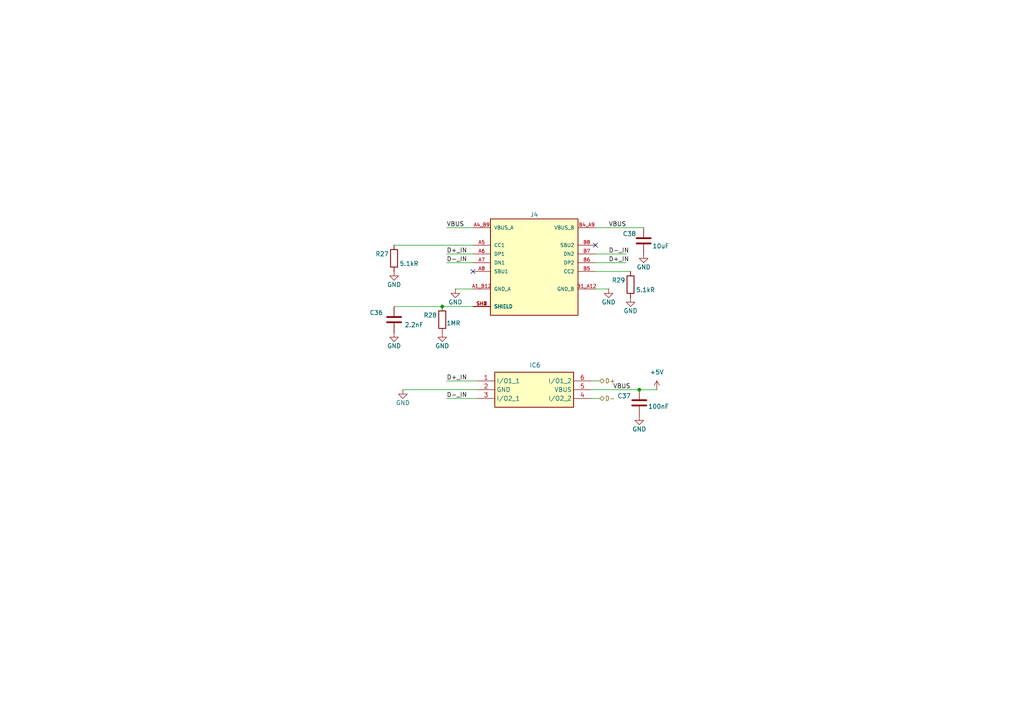
<source format=kicad_sch>
(kicad_sch (version 20250114) (generator "eeschema") (generator_version "9.0")
  (paper "A4")
  (title_block (title "USB") (date "2025-04-05") (rev "2.0") (company "Metropolia Motorsport") (comment 3 "ikar15012002@gmail.com") (comment 4 "Ivans Karsenieks"))
  (lib_symbols
    (symbol "Device:C" (pin_numbers (hide yes)) (pin_names (offset 0.254))
      (property "Reference" "C" (at 0.635 2.54 0))
      (property "Value" "C" (at 0.635 -2.54 0))
      (symbol "C_0_1"
        (polyline (pts (xy -2.032 0.762) (xy 2.032 0.762)) (stroke (width 0.508)))
        (polyline (pts (xy -2.032 -0.762) (xy 2.032 -0.762)) (stroke (width 0.508)))
      )
      (symbol "C_1_1"
        (pin passive line (at 0 3.81 270) (length 2.794) (name "~") (number "1"))
        (pin passive line (at 0 -3.81 90) (length 2.794) (name "~") (number "2"))
      )
    )
    (symbol "Device:R" (pin_numbers (hide yes)) (pin_names (offset 0))
      (property "Reference" "R" (at 2.032 0 90))
      (property "Value" "R" (at 0 0 90))
      (symbol "R_0_1"
        (rectangle (start -1.016 -2.54) (end 1.016 2.54) (stroke (width 0.254)))
      )
      (symbol "R_1_1"
        (pin passive line (at 0 3.81 270) (length 1.27) (name "~") (number "1"))
        (pin passive line (at 0 -3.81 90) (length 1.27) (name "~") (number "2"))
      )
    )
    (symbol "USB4215-03-A_REVA:USB4215-03-A_REVA" (pin_names (offset 1.016))
      (property "Reference" "J" (at -12.7 13.462 0))
      (property "Value" "USB4215-03-A_REVA" (at -12.7 -16.002 0))
      (symbol "USB4215-03-A_REVA_0_0"
        (rectangle (start -12.7 -15.24) (end 12.7 12.7) (stroke (width 0.254)) (fill (type background)))
        (pin power_in line (at -17.78 10.16 0) (length 5.08) (name "VBUS_A") (number "A4_B9"))
        (pin bidirectional line (at -17.78 5.08 0) (length 5.08) (name "CC1") (number "A5"))
        (pin bidirectional line (at -17.78 2.54 0) (length 5.08) (name "DP1") (number "A6"))
        (pin bidirectional line (at -17.78 0 0) (length 5.08) (name "DN1") (number "A7"))
        (pin bidirectional line (at -17.78 -2.54 0) (length 5.08) (name "SBU1") (number "A8"))
        (pin power_in line (at -17.78 -7.62 0) (length 5.08) (name "GND_A") (number "A1_B12"))
        (pin passive line (at -17.78 -12.7 0) (length 5.08) (name "SHIELD") (number "SH1"))
        (pin passive line (at -17.78 -12.7 0) (length 5.08) (name "SHIELD") (number "SH2"))
        (pin passive line (at -17.78 -12.7 0) (length 5.08) (name "SHIELD") (number "SH3"))
        (pin passive line (at -17.78 -12.7 0) (length 5.08) (name "SHIELD") (number "SH4"))
        (pin power_in line (at 17.78 10.16 180) (length 5.08) (name "VBUS_B") (number "B4_A9"))
        (pin bidirectional line (at 17.78 5.08 180) (length 5.08) (name "SBU2") (number "B8"))
        (pin bidirectional line (at 17.78 2.54 180) (length 5.08) (name "DN2") (number "B7"))
        (pin bidirectional line (at 17.78 0 180) (length 5.08) (name "DP2") (number "B6"))
        (pin bidirectional line (at 17.78 -2.54 180) (length 5.08) (name "CC2") (number "B5"))
        (pin power_in line (at 17.78 -7.62 180) (length 5.08) (name "GND_B") (number "B1_A12"))
      )
    )
    (symbol "USBLC6-2SC6:USBLC6-2SC6"
      (property "Reference" "IC" (at 29.21 7.62 0))
      (property "Value" "USBLC6-2SC6" (at 29.21 5.08 0))
      (symbol "USBLC6-2SC6_1_1"
        (rectangle (start 5.08 2.54) (end 27.94 -7.62) (stroke (width 0.254)) (fill (type background)))
        (pin passive line (at 0 0 0) (length 5.08) (name "I/O1_1") (number "1"))
        (pin passive line (at 0 -2.54 0) (length 5.08) (name "GND") (number "2"))
        (pin passive line (at 0 -5.08 0) (length 5.08) (name "I/O2_1") (number "3"))
        (pin passive line (at 33.02 0 180) (length 5.08) (name "I/O1_2") (number "6"))
        (pin passive line (at 33.02 -2.54 180) (length 5.08) (name "VBUS") (number "5"))
        (pin passive line (at 33.02 -5.08 180) (length 5.08) (name "I/O2_2") (number "4"))
      )
    )
    (symbol "power:+5V" (power) (pin_numbers (hide yes)) (pin_names (offset 0) (hide yes))
      (property "Value" "+5V" (at 0 3.556 0))
      (symbol "+5V_0_1"
        (polyline (pts (xy -0.762 1.27) (xy 0 2.54)))
        (polyline (pts (xy 0 2.54) (xy 0.762 1.27)))
        (polyline (pts (xy 0 0) (xy 0 2.54)))
      )
      (symbol "+5V_1_1"
        (pin power_in line (at 0 0 90) (length 0) (name "~") (number "1"))
      )
    )
    (symbol "power:GND" (power) (pin_numbers (hide yes)) (pin_names (offset 0) (hide yes))
      (property "Value" "GND" (at 0 -3.81 0))
      (symbol "GND_0_1"
        (polyline (pts (xy 0 0) (xy 0 -1.27) (xy 1.27 -1.27) (xy 0 -2.54) (xy -1.27 -1.27) (xy 0 -1.27)))
      )
      (symbol "GND_1_1"
        (pin power_in line (at 0 0 270) (length 0) (name "~") (number "1"))
      )
    )
  )
  (junction (at 128.27 88.9))
  (junction (at 185.42 113.03))
  (no_connect (at 137.16 78.74))
  (no_connect (at 172.72 71.12))
  (wire (pts (xy 172.72 83.82) (xy 176.53 83.82)))
  (wire (pts (xy 173.99 110.49) (xy 171.45 110.49)))
  (wire (pts (xy 114.3 88.9) (xy 128.27 88.9)))
  (wire (pts (xy 129.54 66.04) (xy 137.16 66.04)))
  (wire (pts (xy 128.27 88.9) (xy 137.16 88.9)))
  (wire (pts (xy 129.54 76.2) (xy 137.16 76.2)))
  (wire (pts (xy 171.45 115.57) (xy 173.99 115.57)))
  (wire (pts (xy 171.45 113.03) (xy 185.42 113.03)))
  (wire (pts (xy 172.72 76.2) (xy 181.61 76.2)))
  (wire (pts (xy 185.42 113.03) (xy 190.5 113.03)))
  (wire (pts (xy 172.72 78.74) (xy 182.88 78.74)))
  (wire (pts (xy 129.54 115.57) (xy 138.43 115.57)))
  (wire (pts (xy 129.54 110.49) (xy 138.43 110.49)))
  (wire (pts (xy 129.54 73.66) (xy 137.16 73.66)))
  (wire (pts (xy 172.72 73.66) (xy 181.61 73.66)))
  (wire (pts (xy 132.08 83.82) (xy 137.16 83.82)))
  (wire (pts (xy 172.72 66.04) (xy 186.69 66.04)))
  (wire (pts (xy 114.3 71.12) (xy 137.16 71.12)))
  (wire (pts (xy 116.84 113.03) (xy 138.43 113.03)))
  (label "VBUS" (at 176.53 66.04 0))
  (label "VBUS" (at 177.8 113.03 0))
  (label "D+_IN" (at 176.53 76.2 0))
  (label "D-_IN" (at 129.54 76.2 0))
  (label "D-_IN" (at 129.54 115.57 0))
  (label "D-_IN" (at 176.53 73.66 0))
  (label "VBUS" (at 129.54 66.04 0))
  (label "D+_IN" (at 129.54 110.49 0))
  (label "D+_IN" (at 129.54 73.66 0))
  (hierarchical_label "D+" (shape bidirectional) (at 173.99 110.49 0))
  (hierarchical_label "D-" (shape bidirectional) (at 173.99 115.57 0))
  (symbol (lib_id "power:GND") (at 114.3 78.74 0) (unit 1)
    (property "Reference" "#PWR097" (effects (hide yes)))
    (property "Value" "GND" (at 114.3 82.55 0))
    (property "Description" "Power symbol creates a global label with name \"GND\" , ground" (effects (hide yes)))
  )
  (symbol (lib_id "Device:R") (at 114.3 74.93 180) (unit 1)
    (property "Reference" "R27" (at 112.776 73.66 0) (effects (justify left)))
    (property "Value" "5.1kR" (at 121.412 76.454 0) (effects (justify left)))
    (property "Footprint" "Resistor_SMD:R_0805_2012Metric_Pad1.20x1.40mm_HandSolder" (effects (hide yes)))
    (property "Description" "RNCF0805DTE5K10" (effects (hide yes)))
  )
  (symbol (lib_id "Device:C") (at 185.42 116.84 0) (unit 1)
    (property "Reference" "C37" (at 179.07 115.57 0) (effects (justify left bottom)))
    (property "Value" "100nF" (at 187.96 118.618 0) (effects (justify left bottom)))
    (property "Footprint" "Capacitor_SMD:C_0805_2012Metric_Pad1.18x1.45mm_HandSolder" (effects (hide yes)))
    (property "Description" "08055C104KAT4A" (effects (hide yes)))
    (property "HEIGHT" "0.94mm" (effects (hide yes)))
    (property "ALTIUM_VALUE" "100nF" (effects (hide yes)))
    (property "CAPACITOR TYPE" "Ceramic" (effects (hide yes)))
    (property "CASE/PACKAGE" "0805" (effects (hide yes)))
    (property "DIELECTRIC MATERIAL" "Ceramic" (effects (hide yes)))
    (property "JESD-609 CODE" "e3" (effects (hide yes)))
    (property "LENGTH" "2.01mm" (effects (hide yes)))
    (property "MAX OPERATING TEMPERATURE" "125°C" (effects (hide yes)))
    (property "MIN OPERATING TEMPERATURE" "-55°C" (effects (hide yes)))
    (property "MOUNTING TECHNOLOGY" "Surface Mount" (effects (hide yes)))
    (property "MULTILAYER" "Yes" (effects (hide yes)))
    (property "PACKAGE SHAPE" "Rectangular" (effects (hide yes)))
    (property "PACKAGE STYLE" "SMTMeter" (effects (hide yes)))
    (property "PACKAGING" "Tape and Reel" (effects (hide yes)))
    (property "PINS" "2" (effects (hide yes)))
    (property "RATED DC VOLTAGE (URDC)" "50V" (effects (hide yes)))
    (property "REACH SVHC COMPLIANT" "Yes" (effects (hide yes)))
    (property "ROHS COMPLIANT" "Yes" (effects (hide yes)))
    (property "TEMPERATURE CHARACTERISTICS CODE" "X7R" (effects (hide yes)))
    (property "TERMINAL FINISH" "Nickel" (effects (hide yes)))
    (property "TERMINATION" "Wraparound" (effects (hide yes)))
    (property "TOLERANCE  (FILL IN AS +-)" "10%" (effects (hide yes)))
    (property "TOLERANCE (FILL IN AS +-)" "10%" (effects (hide yes)))
    (property "WIDTH" "1.25mm" (effects (hide yes)))
  )
  (symbol (lib_id "power:GND") (at 182.88 86.36 0) (unit 1)
    (property "Reference" "#PWR0103" (effects (hide yes)))
    (property "Value" "GND" (at 182.88 90.17 0))
    (property "Description" "Power symbol creates a global label with name \"GND\" , ground" (effects (hide yes)))
  )
  (symbol (lib_id "power:GND") (at 116.84 113.03 0) (unit 1)
    (property "Reference" "#PWR099" (effects (hide yes)))
    (property "Value" "GND" (at 116.84 116.84 0))
    (property "Description" "Power symbol creates a global label with name \"GND\" , ground" (effects (hide yes)))
  )
  (symbol (lib_id "power:GND") (at 176.53 83.82 0) (unit 1)
    (property "Reference" "#PWR0102" (effects (hide yes)))
    (property "Value" "GND" (at 176.53 87.63 0))
    (property "Description" "Power symbol creates a global label with name \"GND\" , ground" (effects (hide yes)))
  )
  (symbol (lib_id "power:GND") (at 114.3 96.52 0) (unit 1)
    (property "Reference" "#PWR098" (effects (hide yes)))
    (property "Value" "GND" (at 114.3 100.33 0))
    (property "Description" "Power symbol creates a global label with name \"GND\" , ground" (effects (hide yes)))
  )
  (symbol (lib_id "Device:C") (at 114.3 92.71 0) (unit 1)
    (property "Reference" "C36" (at 107.188 90.678 0) (effects (justify left)))
    (property "Value" "2.2nF" (at 117.348 94.234 0) (effects (justify left)))
    (property "Footprint" "Capacitor_SMD:C_0805_2012Metric_Pad1.18x1.45mm_HandSolder" (effects (hide yes)))
    (property "Datasheet" "https://www.mouser.fi/datasheet/2/585/MLCC-1837944.pdf" (effects (hide yes)))
    (property "Description" "CL21B222KDCNFNC" (effects (hide yes)))
  )
  (symbol (lib_id "power:GND") (at 128.27 96.52 0) (unit 1)
    (property "Reference" "#PWR0100" (effects (hide yes)))
    (property "Value" "GND" (at 128.27 100.33 0))
    (property "Description" "Power symbol creates a global label with name \"GND\" , ground" (effects (hide yes)))
  )
  (symbol (lib_id "Device:R") (at 182.88 82.55 180) (unit 1)
    (property "Reference" "R29" (at 181.356 81.28 0) (effects (justify left)))
    (property "Value" "5.1kR" (at 189.992 84.074 0) (effects (justify left)))
    (property "Footprint" "Resistor_SMD:R_0805_2012Metric_Pad1.20x1.40mm_HandSolder" (effects (hide yes)))
    (property "Description" "RNCF0805DTE5K10" (effects (hide yes)))
  )
  (symbol (lib_id "Device:C") (at 186.69 69.85 0) (unit 1)
    (property "Reference" "C38" (at 180.594 67.818 0) (effects (justify left)))
    (property "Value" "10uF" (at 189.23 71.374 0) (effects (justify left)))
    (property "Footprint" "Capacitor_SMD:C_0805_2012Metric_Pad1.18x1.45mm_HandSolder" (effects (hide yes)))
    (property "Datasheet" "https://www.mouser.fi/datasheet/2/585/MLCC-1837944.pdf" (effects (hide yes)))
    (property "Description" "CL21B106KAYQNNE" (effects (hide yes)))
  )
  (symbol (lib_id "USBLC6-2SC6:USBLC6-2SC6") (at 138.43 110.49 0) (unit 1)
    (property "Reference" "IC6" (at 155.194 105.918 0))
    (property "Value" "USBLC6-2SC6" (effects (hide yes)))
    (property "Footprint" "Package_TO_SOT_SMD:SOT95P280X145-6N" (effects (hide yes)))
    (property "Datasheet" "http://www.st.com/st-web-ui/static/active/en/resource/technical/document/datasheet/CD00050750.pdf" (effects (hide yes)))
    (property "Description" "TVS Diode Array Uni-Directional USBLC6-2SC6 17V, SOT-23 6-Pin" (effects (hide yes)))
    (property "Height" "1.45" (effects (hide yes)))
    (property "Mouser Part Number" "511-USBLC6-2SC6" (effects (hide yes)))
    (property "Mouser Price/Stock" "https://www.mouser.co.uk/ProductDetail/STMicroelectronics/USBLC6-2SC6?qs=po45yt2pPpu%2FhNIlwQdTlg%3D%3D" (effects (hide yes)))
    (property "Manufacturer_Name" "STMicroelectronics" (effects (hide yes)))
    (property "Manufacturer_Part_Number" "USBLC6-2SC6" (effects (hide yes)))
  )
  (symbol (lib_id "power:GND") (at 186.69 73.66 0) (unit 1)
    (property "Reference" "#PWR0105" (effects (hide yes)))
    (property "Value" "GND" (at 186.69 77.47 0))
    (property "Description" "Power symbol creates a global label with name \"GND\" , ground" (effects (hide yes)))
  )
  (symbol (lib_id "power:GND") (at 185.42 120.65 0) (unit 1)
    (property "Reference" "#PWR0104" (effects (hide yes)))
    (property "Value" "GND" (at 185.42 124.46 0))
    (property "Description" "Power symbol creates a global label with name \"GND\" , ground" (effects (hide yes)))
  )
  (symbol (lib_id "power:+5V") (at 190.5 113.03 0) (unit 1)
    (property "Reference" "#PWR0106" (effects (hide yes)))
    (property "Value" "+5V" (at 190.5 107.95 0))
    (property "Description" "Power symbol creates a global label with name \"+5V\"" (effects (hide yes)))
  )
  (symbol (lib_id "power:GND") (at 132.08 83.82 0) (unit 1)
    (property "Reference" "#PWR0101" (effects (hide yes)))
    (property "Value" "GND" (at 132.08 87.63 0))
    (property "Description" "Power symbol creates a global label with name \"GND\" , ground" (effects (hide yes)))
  )
  (symbol (lib_id "USB4215-03-A_REVA:USB4215-03-A_REVA") (at 154.94 76.2 0) (unit 1)
    (property "Reference" "J4" (at 154.94 62.23 0))
    (property "Value" "USB4215-03-A_REVA" (effects (hide yes)))
    (property "Footprint" "Connector_USB:GCT_USB4215-03-A_REVA" (effects (hide yes)))
    (property "MF" "Global Connector Technology" (effects (hide yes)))
    (property "MAXIMUM_PACKAGE_HEIGHT" "3.16mm" (effects (hide yes)))
    (property "Package" "None" (effects (hide yes)))
    (property "Price" "None" (effects (hide yes)))
    (property "Check_prices" "https://www.snapeda.com/parts/USB4215-03-A/Global+Connector+Technology/view-part/?ref=eda" (effects (hide yes)))
    (property "STANDARD" "Manufacturer Recommendations" (effects (hide yes)))
    (property "PARTREV" "A" (effects (hide yes)))
    (property "SnapEDA_Link" "https://www.snapeda.com/parts/USB4215-03-A/Global+Connector+Technology/view-part/?ref=snap" (effects (hide yes)))
    (property "MP" "USB4215-03-A" (effects (hide yes)))
    (property "Description_1" "USB-C (USB TYPE-C) USB 2.0 Receptacle Connector 24 (16+8 Dummy) Position Surface Mount, Right Angle; Through Hole" (effects (hide yes)))
    (property "MANUFACTURER" "Global Connector Technology" (effects (hide yes)))
    (property "Availability" "In Stock" (effects (hide yes)))
    (property "SNAPEDA_PN" "USB4215-03-A" (effects (hide yes)))
  )
  (symbol (lib_id "Device:R") (at 128.27 92.71 180) (unit 1)
    (property "Reference" "R28" (at 126.746 91.44 0) (effects (justify left)))
    (property "Value" "1MR" (at 133.604 93.726 0) (effects (justify left)))
    (property "Footprint" "Resistor_SMD:R_0805_2012Metric_Pad1.20x1.40mm_HandSolder" (effects (hide yes)))
    (property "Description" "TNPW08051M00BEEN" (effects (hide yes)))
  )
)
</source>
